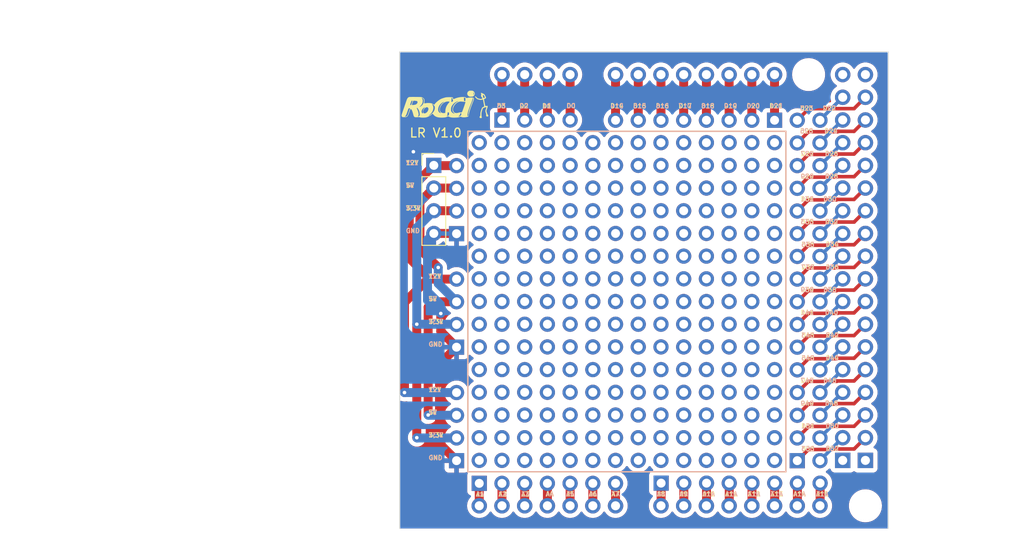
<source format=kicad_pcb>
(kicad_pcb (version 20221018) (generator pcbnew)
  (layers (0 "F.Cu" signal) (31 "B.Cu" signal) (34 "B.Paste" user) (35 "F.Paste" user) (36 "B.SilkS" user "B.Silkscreen") (37 "F.SilkS" user "F.Silkscreen") (38 "B.Mask" user) (39 "F.Mask" user) (44 "Edge.Cuts" user))
  (net 0 "")
  (net 1 "Net-(J1-Pin_1)")
  (net 2 "Net-(J1-Pin_2)")
  (net 3 "Net-(J1-Pin_3)")
  (net 4 "Net-(J1-Pin_4)")
  (net 5 "Net-(J2-Pin_1)")
  (net 6 "Net-(J2-Pin_2)")
  (net 7 "Net-(J2-Pin_3)")
  (net 8 "Net-(J2-Pin_4)")
  (net 9 "Net-(J2-Pin_5)")
  (net 10 "Net-(J2-Pin_6)")
  (net 11 "Net-(J2-Pin_7)")
  (net 12 "Net-(J2-Pin_8)")
  (net 13 "Net-(J2-Pin_9)")
  (net 14 "Net-(J2-Pin_10)")
  (net 15 "Net-(J2-Pin_11)")
  (net 16 "Net-(J2-Pin_12)")
  (net 17 "Net-(J2-Pin_13)")
  (net 18 "Net-(J2-Pin_14)")
  (net 19 "Net-(J2-Pin_15)")
  (net 20 "Net-(J2-Pin_16)")
  (net 21 "Net-(J2-Pin_17)")
  (net 22 "Net-(J2-Pin_18)")
  (net 23 "Net-(J2-Pin_19)")
  (net 24 "Net-(J2-Pin_20)")
  (net 25 "Net-(J2-Pin_21)")
  (net 26 "Net-(J2-Pin_22)")
  (net 27 "Net-(J2-Pin_23)")
  (net 28 "Net-(J2-Pin_24)")
  (net 29 "Net-(J2-Pin_25)")
  (net 30 "Net-(J2-Pin_26)")
  (net 31 "Net-(J2-Pin_27)")
  (net 32 "Net-(J2-Pin_28)")
  (net 33 "Net-(J2-Pin_29)")
  (net 34 "Net-(J2-Pin_30)")
  (net 35 "Net-(J2-Pin_31)")
  (net 36 "Net-(J2-Pin_32)")
  (net 37 "Net-(J4-Pin_1)")
  (net 38 "Net-(J4-Pin_2)")
  (net 39 "Net-(J4-Pin_3)")
  (net 40 "Net-(J4-Pin_4)")
  (net 41 "Net-(J4-Pin_5)")
  (net 42 "Net-(J4-Pin_6)")
  (net 43 "Net-(J4-Pin_7)")
  (net 44 "Net-(J5-Pin_1)")
  (net 45 "Net-(J5-Pin_2)")
  (net 46 "Net-(J5-Pin_3)")
  (net 47 "Net-(J5-Pin_4)")
  (net 48 "Net-(J5-Pin_5)")
  (net 49 "Net-(J5-Pin_6)")
  (net 50 "Net-(J5-Pin_7)")
  (net 51 "Net-(J5-Pin_8)")
  (net 52 "Net-(J6-Pin_1)")
  (net 53 "Net-(J6-Pin_2)")
  (net 54 "Net-(J6-Pin_3)")
  (net 55 "Net-(J6-Pin_4)")
  (net 56 "Net-(J7-Pin_1)")
  (net 57 "Net-(J7-Pin_2)")
  (net 58 "Net-(J7-Pin_3)")
  (net 59 "Net-(J7-Pin_4)")
  (net 60 "Net-(J7-Pin_5)")
  (net 61 "Net-(J7-Pin_6)")
  (net 62 "Net-(J7-Pin_7)")
  (net 63 "Net-(J7-Pin_8)")
  (footprint "Connector_PinSocket_2.54mm:PinSocket_1x15_P2.54mm_Vertical" (layer "F.Cu") (at 195.773 62.08)
    (fp_text reference "REF**" hide)
    (fp_text value "PinSocket_1x15_P2.54mm_Vertical" hide)
  )
  (footprint "Connector_PinSocket_2.54mm:PinSocket_1x04_P2.54mm_Vertical" (layer "F.Cu") (at 167.833 59.545 90)
    (fp_text reference "J6" hide)
    (fp_text value "Conn_01x04_Pin" hide)
  )
  (footprint "Connector_PinSocket_2.54mm:PinSocket_1x08_P2.54mm_Vertical" (layer "F.Cu") (at 198.313 59.57 -90)
    (fp_text reference "J7" hide)
    (fp_text value "Conn_01x08_Pin" hide)
  )
  (footprint "Connector_PinSocket_2.54mm:PinSocket_1x15_P2.54mm_Vertical" (layer "F.Cu") (at 172.913 62.08)
    (fp_text reference "REF**" hide)
    (fp_text value "PinSocket_1x15_P2.54mm_Vertical" hide)
  )
  (footprint "Connector_PinSocket_2.54mm:PinSocket_1x15_P2.54mm_Vertical" (layer "F.Cu") (at 177.993 62.08)
    (fp_text reference "REF**" hide)
    (fp_text value "PinSocket_1x15_P2.54mm_Vertical" hide)
  )
  (footprint "Connector_PinSocket_2.54mm:PinSocket_1x15_P2.54mm_Vertical" (layer "F.Cu") (at 167.833 62.08)
    (fp_text reference "REF**" hide)
    (fp_text value "PinSocket_1x15_P2.54mm_Vertical" hide)
  )
  (footprint "Connector_PinSocket_2.54mm:PinSocket_1x15_P2.54mm_Vertical" (layer "F.Cu") (at 198.313 62.08)
    (fp_text reference "REF**" hide)
    (fp_text value "PinSocket_1x15_P2.54mm_Vertical" hide)
  )
  (footprint "Connector_PinSocket_2.54mm:PinSocket_2x16_P2.54mm_Vertical" (layer "F.Cu") (at 200.853 97.67 180)
    (fp_text reference "J2" hide)
    (fp_text value "Conn_01x32_Pin" hide)
  )
  (footprint "Connector_PinSocket_2.54mm:PinSocket_1x15_P2.54mm_Vertical" (layer "F.Cu") (at 193.233 62.08)
    (fp_text reference "REF**" hide)
    (fp_text value "PinSocket_1x15_P2.54mm_Vertical" hide)
  )
  (footprint "Connector_PinHeader_2.54mm:PinHeader_1x04_P2.54mm_Vertical" (layer "F.Cu") (at 162.753 97.67 180)
    (fp_text reference "J8" hide)
    (fp_text value "Conn_01x04_Pin" hide)
  )
  (footprint "custom_parts:RocciLogo_small" (layer "F.Cu") (at 161.483 57.762)
    (fp_text reference "G***" hide)
    (fp_text value "LOGO" hide)
  )
  (footprint "Connector_PinSocket_2.54mm:PinSocket_1x08_P2.54mm_Vertical" (layer "F.Cu") (at 185.628 100.185 90)
    (fp_text reference "J5" hide)
    (fp_text value "Conn_01x08_Pin" hide)
  )
  (footprint "Connector_PinSocket_2.54mm:PinSocket_1x15_P2.54mm_Vertical" (layer "F.Cu") (at 188.153 62.08)
    (fp_text reference "REF**" hide)
    (fp_text value "PinSocket_1x15_P2.54mm_Vertical" hide)
  )
  (footprint "Connector_PinSocket_2.54mm:PinSocket_1x15_P2.54mm_Vertical" (layer "F.Cu") (at 165.293 62.08)
    (fp_text reference "REF**" hide)
    (fp_text value "PinSocket_1x15_P2.54mm_Vertical" hide)
  )
  (footprint "Connector_PinSocket_2.54mm:PinSocket_1x07_P2.54mm_Vertical" (layer "F.Cu") (at 165.293 100.21 90)
    (fp_text reference "J4" hide)
    (fp_text value "Conn_01x07_Pin" hide)
  )
  (footprint "Connector_PinHeader_2.54mm:PinHeader_1x04_P2.54mm_Vertical" (layer "F.Cu") (at 162.753 84.97 180)
    (fp_text reference "J9" hide)
    (fp_text value "Conn_01x04_Pin" hide)
  )
  (footprint "Connector_PinSocket_2.54mm:PinSocket_1x15_P2.54mm_Vertical" (layer "F.Cu") (at 190.693 62.08)
    (fp_text reference "REF**" hide)
    (fp_text value "PinSocket_1x15_P2.54mm_Vertical" hide)
  )
  (footprint "Connector_PinSocket_2.54mm:PinSocket_1x15_P2.54mm_Vertical" (layer "F.Cu") (at 170.373 62.08)
    (fp_text reference "REF**" hide)
    (fp_text value "PinSocket_1x15_P2.54mm_Vertical" hide)
  )
  (footprint "Connector_PinHeader_2.54mm:PinHeader_1x04_P2.54mm_Vertical" (layer "F.Cu") (at 160.213 64.62)
    (fp_text reference "J1" hide)
    (fp_text value "Conn_01x04_Pin" hide)
  )
  (footprint "Connector_PinSocket_2.54mm:PinSocket_1x15_P2.54mm_Vertical" (layer "F.Cu") (at 185.613 62.08)
    (fp_text reference "REF**" hide)
    (fp_text value "PinSocket_1x15_P2.54mm_Vertical" hide)
  )
  (footprint "Connector_PinSocket_2.54mm:PinSocket_1x15_P2.54mm_Vertical" (layer "F.Cu") (at 180.533 62.08)
    (fp_text reference "REF**" hide)
    (fp_text value "PinSocket_1x15_P2.54mm_Vertical" hide)
  )
  (footprint "Connector_PinHeader_2.54mm:PinHeader_1x04_P2.54mm_Vertical" (layer "F.Cu") (at 162.753 72.27 180)
    (fp_text reference "J3" hide)
    (fp_text value "Conn_01x04_Pin" hide)
  )
  (footprint "PCM_arduino-library:Arduino_Mega2560_custom_Shield" (layer "F.Cu") (at 111.953 105.26)
    (fp_text reference "XA1" hide)
    (fp_text value "Arduino_Mega2560_Shield" hide)
  )
  (footprint "Connector_PinSocket_2.54mm:PinSocket_1x15_P2.54mm_Vertical" (layer "F.Cu") (at 175.453 62.08)
    (fp_text reference "REF**" hide)
    (fp_text value "PinSocket_1x15_P2.54mm_Vertical" hide)
  )
  (footprint "Connector_PinSocket_2.54mm:PinSocket_1x15_P2.54mm_Vertical" (layer "F.Cu") (at 183.073 62.08)
    (fp_text reference "REF**" hide)
    (fp_text value "PinSocket_1x15_P2.54mm_Vertical" hide)
  )
  (gr_line (start 164.023 60.81) (end 199.583 60.81) (stroke (width 0.15)) (layer "B.SilkS"))
  (gr_line (start 164.023 98.91) (end 164.023 60.81) (stroke (width 0.15)) (layer "B.SilkS"))
  (gr_line (start 199.583 60.81) (end 199.583 98.91) (stroke (width 0.15)) (layer "B.SilkS"))
  (gr_line (start 199.583 98.91) (end 164.023 98.91) (stroke (width 0.15)) (layer "B.SilkS"))
  (gr_line (start 199.583 60.81) (end 164.023 60.81) (stroke (width 0.15)) (layer "F.SilkS"))
  (gr_line (start 199.583 98.91) (end 199.583 60.81) (stroke (width 0.15)) (layer "F.SilkS"))
  (gr_line (start 164.023 60.81) (end 164.023 98.91) (stroke (width 0.15)) (layer "F.SilkS"))
  (gr_line (start 164.023 98.91) (end 199.583 98.91) (stroke (width 0.15)) (layer "F.SilkS"))
  (gr_line (start 156.403 51.92) (end 156.403 105.26) (stroke (width 0.1)) (layer "Edge.Cuts"))
  (gr_line (start 211.013 105.26) (end 211.013 51.92) (stroke (width 0.1)) (layer "Edge.Cuts"))
  (gr_line (start 211.013 51.92) (end 156.403 51.92) (stroke (width 0.1)) (layer "Edge.Cuts"))
  (gr_text "A3" (at 169.936162 101.720078) (layer "B.SilkS") (effects (font (size 0.5 0.5) (thickness 0.1) bold) (justify right bottom mirror)))
  (gr_text "D18" (at 190.058 58.27) (layer "B.SilkS") (effects (font (size 0.5 0.5) (thickness 0.1) bold) (justify right bottom mirror)))
  (gr_text "D42" (at 203.972162 83.924) (layer "B.SilkS") (effects (font (size 0.5 0.5) (thickness 0.1) bold) (justify right bottom mirror)))
  (gr_text "D33" (at 201.178162 71.240078) (layer "B.SilkS") (effects (font (size 0.5 0.5) (thickness 0.1) bold) (justify right bottom mirror)))
  (gr_text "A6" (at 177.485 101.704) (layer "B.SilkS") (effects (font (size 0.5 0.5) (thickness 0.1) bold) (justify right bottom mirror)))
  (gr_text "A13" (at 197.805 101.704) (layer "B.SilkS") (effects (font (size 0.5 0.5) (thickness 0.1) bold) (justify right bottom mirror)))
  (gr_text "GND" (at 157.038 72.24) (layer "B.SilkS") (effects (font (size 0.5 0.5) (thickness 0.1)) (justify right bottom mirror)))
  (gr_text "A2" (at 167.396162 101.720078) (layer "B.SilkS") (effects (font (size 0.5 0.5) (thickness 0.1) bold) (justify right bottom mirror)))
  (gr_text "D49" (at 201.178162 91.560078) (layer "B.SilkS") (effects (font (size 0.5 0.5) (thickness 0.1) bold) (justify right bottom mirror)))
  (gr_text "GND" (at 159.578 84.94) (layer "B.SilkS") (effects (font (size 0.5 0.5) (thickness 0.1)) (justify right bottom mirror)))
  (gr_text "A8" (at 185.105 101.704) (layer "B.SilkS") (effects (font (size 0.5 0.5) (thickness 0.1) bold) (justify right bottom mirror)))
  (gr_text "D39" (at 201.178162 78.844) (layer "B.SilkS") (effects (font (size 0.5 0.5) (thickness 0.1) bold) (justify right bottom mirror)))
  (gr_text "A1" (at 164.856162 101.720078) (layer "B.SilkS") (effects (font (size 0.5 0.5) (thickness 0.1) bold) (justify right bottom mirror)))
  (gr_text "A5" (at 174.945 101.704) (layer "B.SilkS") (effects (font (size 0.5 0.5) (thickness 0.1) bold) (justify right bottom mirror)))
  (gr_text "D43" (at 201.249324 83.940078) (layer "B.SilkS") (effects (font (size 0.5 0.5) (thickness 0.1) bold) (justify right bottom mirror)))
  (gr_text "A9" (at 187.645 101.704) (layer "B.SilkS") (effects (font (size 0.5 0.5) (thickness 0.1) bold) (justify right bottom mirror)))
  (gr_text "D50" (at 203.972162 94.084) (layer "B.SilkS") (effects (font (size 0.5 0.5) (thickness 0.1) bold) (justify right bottom mirror)))
  (gr_text "D52" (at 203.972162 96.624) (layer "B.SilkS") (effects (font (size 0.5 0.5) (thickness 0.1) bold) (justify right bottom mirror)))
  (gr_text "D24" (at 203.829838 61.064) (layer "B.SilkS") (effects (font (size 0.5 0.5) (thickness 0.1) bold) (justify right bottom mirror)))
  (gr_text "D41" (at 201.178162 81.400078) (layer "B.SilkS") (effects (font (size 0.5 0.5) (thickness 0.1) bold) (justify right bottom mirror)))
  (gr_text "3,3V" (at 159.578 95.1) (layer "B.SilkS") (effects (font (size 0.5 0.5) (thickness 0.1)) (justify right bottom mirror)))
  (gr_text "A7" (at 180.025 101.704) (layer "B.SilkS") (effects (font (size 0.5 0.5) (thickness 0.1) bold) (justify right bottom mirror)))
  (gr_text "D0" (at 175.000838 58.253922) (layer "B.SilkS") (effects (font (size 0.5 0.5) (thickness 0.1) bold) (justify right bottom mirror)))
  (gr_text "D29" (at 201.178162 66.160078) (layer "B.SilkS") (effects (font (size 0.5 0.5) (thickness 0.1) bold) (justify right bottom mirror)))
  (gr_text "D53" (at 201.249324 96.640078) (layer "B.SilkS") (effects (font (size 0.5 0.5) (thickness 0.1) bold) (justify right bottom mirror)))
  (gr_text "D31" (at 201.178162 68.684) (layer "B.SilkS") (effects (font (size 0.5 0.5) (thickness 0.1) bold) (justify right bottom mirror)))
  (gr_text "D47" (at 201.178162 89.004) (layer "B.SilkS") (effects (font (size 0.5 0.5) (thickness 0.1) bold) (justify right bottom mirror)))
  (gr_text "5V\n" (at 157.038 67.16) (layer "B.SilkS") (effects (font (size 0.5 0.5) (thickness 0.1)) (justify right bottom mirror)))
  (gr_text "D21" (at 197.678 58.27) (layer "B.SilkS") (effects (font (size 0.5 0.5) (thickness 0.1) bold) (justify right bottom mirror)))
  (gr_text "D1" (at 172.278 58.27) (layer "B.SilkS") (effects (font (size 0.5 0.5) (thickness 0.1) bold) (justify right bottom mirror)))
  (gr_text "D30" (at 203.718162 68.684) (layer "B.SilkS") (effects (font (size 0.5 0.5) (thickness 0.1) bold) (justify right bottom mirror)))
  (gr_text "D15" (at 182.438 58.27) (layer "B.SilkS") (effects (font (size 0.5 0.5) (thickness 0.1) bold) (justify right bottom mirror)))
  (gr_text "D20" (at 195.138 58.27) (layer "B.SilkS") (effects (font (size 0.5 0.5) (thickness 0.1) bold) (justify right bottom mirror)))
  (gr_text "D35" (at 201.249324 73.780078) (layer "B.SilkS") (effects (font (size 0.5 0.5) (thickness 0.1) bold) (justify right bottom mirror)))
  (gr_text "3,3V" (at 159.578 82.4) (layer "B.SilkS") (effects (font (size 0.5 0.5) (thickness 0.1)) (justify right bottom mirror)))
  (gr_text "A10" (at 190.185 101.704) (layer "B.SilkS") (effects (font (size 0.5 0.5) (thickness 0.1) bold) (justify right bottom mirror)))
  (gr_text "D34" (at 203.972162 73.764) (layer "B.SilkS") (effects (font (size 0.5 0.5) (thickness 0.1) bold) (justify right bottom mirror)))
  (gr_text "12V" (at 159.578 90.02) (layer "B.SilkS") (effects (font (size 0.5 0.5) (thickness 0.1)) (justify right bottom mirror)))
  (gr_text "D45" (at 201.249324 86.480078) (layer "B.SilkS") (effects (font (size 0.5 0.5) (thickness 0.1) bold) (justify right bottom mirror)))
  (gr_text "D22" (at 203.647 58.524) (layer "B.SilkS") (effects (font (size 0.5 0.5) (thickness 0.1) bold) (justify right bottom mirror)))
  (gr_text "A11" (at 192.725 101.704) (layer "B.SilkS") (effects (font (size 0.5 0.5) (thickness 0.1) bold) (justify right bottom mirror)))
  (gr_text "D40" (at 203.901 81.384) (layer "B.SilkS") (effects (font (size 0.5 0.5) (thickness 0.1) bold) (justify right bottom mirror)))
  (gr_text "D32" (at 203.901 71.224) (layer "B.SilkS") (effects (font (size 0.5 0.5) (thickness 0.1) bold) (justify right bottom mirror)))
  (gr_text "D46" (at 203.718162 89.004) (layer "B.SilkS") (effects (font (size 0.5 0.5) (thickness 0.1) bold) (justify right bottom mirror)))
  (gr_text "5V\n" (at 159.578 79.86) (layer "B.SilkS") (effects (font (size 0.5 0.5) (thickness 0.1)) (justify right bottom mirror)))
  (gr_text "12V" (at 157.038 64.62) (layer "B.SilkS") (effects (font (size 0.5 0.5) (thickness 0.1)) (justify right bottom mirror)))
  (gr_text "D38" (at 203.718162 78.844) (layer "B.SilkS") (effects (font (size 0.5 0.5) (thickness 0.1) bold) (justify right bottom mirror)))
  (gr_text "D36" (at 203.972162 76.304) (layer "B.SilkS") (effects (font (size 0.5 0.5) (thickness 0.1) bold) (justify right bottom mirror)))
  (gr_text "GND" (at 159.578 97.64) (layer "B.SilkS") (effects (font (size 0.5 0.5) (thickness 0.1)) (justify right bottom mirror)))
  (gr_text "D19" (at 192.598 58.27) (layer "B.SilkS") (effects (font (size 0.5 0.5) (thickness 0.1) bold) (justify right bottom mirror)))
  (gr_text "A14" (at 200.345 101.704) (layer "B.SilkS") (effects (font (size 0.5 0.5) (thickness 0.1) bold) (justify right bottom mirror)))
  (gr_text "D37" (at 201.249324 76.320078) (layer "B.SilkS") (effects (font (size 0.5 0.5) (thickness 0.1) bold) (justify right bottom mirror)))
  (gr_text "D26" (at 203.901 63.604) (layer "B.SilkS") (effects (font (size 0.5 0.5) (thickness 0.1) bold) (justify right bottom mirror)))
  (gr_text "5V\n" (at 159.578 92.56) (layer "B.SilkS") (effects (font (size 0.5 0.5) (thickness 0.1)) (justify right bottom mirror)))
  (gr_text "3,3V" (at 157.038 69.7) (layer "B.SilkS") (effects (font (size 0.5 0.5) (thickness 0.1)) (justify right bottom mirror)))
  (gr_text "D16" (at 184.978 58.27) (layer "B.SilkS") (effects (font (size 0.5 0.5) (thickness 0.1) bold) (justify right bottom mirror)))
  (gr_text "D51\n" (at 201.249324 94.100078) (layer "B.SilkS") (effects (font (size 0.5 0.5) (thickness 0.1) bold) (justify right bottom mirror)))
  (gr_text "A4" (at 172.659 101.704) (layer "B.SilkS") (effects (font (size 0.5 0.5) (thickness 0.1) bold) (justify right bottom mirror)))
  (gr_text "12V" (at 159.578 77.32) (layer "B.SilkS") (effects (font (size 0.5 0.5) (thickness 0.1)) (justify right bottom mirror)))
  (gr_text "D27" (at 201.178162 63.620078) (layer "B.SilkS") (effects (font (size 0.5 0.5) (thickness 0.1) bold) (justify right bottom mirror)))
  (gr_text "D23" (at 201.107 58.524) (layer "B.SilkS") (effects (font (size 0.5 0.5) (thickness 0.1) bold) (justify right bottom mirror)))
  (gr_text "A12" (at 195.265 101.704) (layer "B.SilkS") (effects (font (size 0.5 0.5) (thickness 0.1) bold) (justify right bottom mirror)))
  (gr_text "D48" (at 203.901 91.544) (layer "B.SilkS") (effects (font (size 0.5 0.5) (thickness 0.1) bold) (justify right bottom mirror)))
  (gr_text "D28" (at 203.901 66.144) (layer "B.SilkS") (effects (font (size 0.5 0.5) (thickness 0.1) bold) (justify right bottom mirror)))
  (gr_text "D44\n" (at 203.972162 86.464) (layer "B.SilkS") (effects (font (size 0.5 0.5) (thickness 0.1) bold) (justify right bottom mirror)))
  (gr_text "D2\n" (at 169.738 58.27) (layer "B.SilkS") (effects (font (size 0.5 0.5) (thickness 0.1) bold) (justify right bottom mirror)))
  (gr_text "A15" (at 202.885 101.704) (layer "B.SilkS") (effects (font (size 0.5 0.5) (thickness 0.1) bold) (justify right bottom mirror)))
  (gr_text "D17" (at 187.518 58.27) (layer "B.SilkS") (effects (font (size 0.5 0.5) (thickness 0.1) bold) (justify right bottom mirror)))
  (gr_text "D3" (at 167.198 58.27) (layer "B.SilkS") (effects (font (size 0.5 0.5) (thickness 0.1) bold) (justify right bottom mirror)))
  (gr_text "D14" (at 179.898 58.27) (layer "B.SilkS") (effects (font (size 0.5 0.5) (thickness 0.1) bold) (justify right bottom mirror)))
  (gr_text "D25" (at 201.107 61.080078) (layer "B.SilkS") (effects (font (size 0.5 0.5) (thickness 0.1) bold) (justify right bottom mirror)))
  (gr_text "D0" (at 175.000838 58.253922) (layer "F.SilkS") (effects (font (size 0.5 0.5) (thickness 0.1) bold) (justify left bottom)))
  (gr_text "D15" (at 182.438 58.27) (layer "F.SilkS") (effects (font (size 0.5 0.5) (thickness 0.1) bold) (justify left bottom)))
  (gr_text "D51\n" (at 201.249324 94.100078) (layer "F.SilkS") (effects (font (size 0.5 0.5) (thickness 0.1) bold) (justify left bottom)))
  (gr_text "12V" (at 159.578 77.32) (layer "F.SilkS") (effects (font (size 0.5 0.5) (thickness 0.1)) (justify left bottom)))
  (gr_text "A7" (at 180.025 101.704) (layer "F.SilkS") (effects (font (size 0.5 0.5) (thickness 0.1) bold) (justify left bottom)))
  (gr_text "D53" (at 201.249324 96.640078) (layer "F.SilkS") (effects (font (size 0.5 0.5) (thickness 0.1) bold) (justify left bottom)))
  (gr_text "A6" (at 177.485 101.704) (layer "F.SilkS") (effects (font (size 0.5 0.5) (thickness 0.1) bold) (justify left bottom)))
  (gr_text "A5" (at 174.945 101.704) (layer "F.SilkS") (effects (font (size 0.5 0.5) (thickness 0.1) bold) (justify left bottom)))
  (gr_text "3,3V" (at 157.038 69.7) (layer "F.SilkS") (effects (font (size 0.5 0.5) (thickness 0.1)) (justify left bottom)))
  (gr_text "A14" (at 200.345 101.704) (layer "F.SilkS") (effects (font (size 0.5 0.5) (thickness 0.1) bold) (justify left bottom)))
  (gr_text "D26" (at 203.901 63.604) (layer "F.SilkS") (effects (font (size 0.5 0.5) (thickness 0.1) bold) (justify left bottom)))
  (gr_text "A3" (at 169.936162 101.720078) (layer "F.SilkS") (effects (font (size 0.5 0.5) (thickness 0.1) bold) (justify left bottom)))
  (gr_text "D22" (at 203.647 58.524) (layer "F.SilkS") (effects (font (size 0.5 0.5) (thickness 0.1) bold) (justify left bottom)))
  (gr_text "D29" (at 201.178162 66.160078) (layer "F.SilkS") (effects (font (size 0.5 0.5) (thickness 0.1) bold) (justify left bottom)))
  (gr_text "D32" (at 203.901 71.224) (layer "F.SilkS") (effects (font (size 0.5 0.5) (thickness 0.1) bold) (justify left bottom)))
  (gr_text "D40" (at 203.901 81.384) (layer "F.SilkS") (effects (font (size 0.5 0.5) (thickness 0.1) bold) (justify left bottom)))
  (gr_text "A9" (at 187.645 101.704) (layer "F.SilkS") (effects (font (size 0.5 0.5) (thickness 0.1) bold) (justify left bottom)))
  (gr_text "GND" (at 159.578 84.94) (layer "F.SilkS") (effects (font (size 0.5 0.5) (thickness 0.1)) (justify left bottom)))
  (gr_text "D33" (at 201.178162 71.240078) (layer "F.SilkS") (effects (font (size 0.5 0.5) (thickness 0.1) bold) (justify left bottom)))
  (gr_text "D47" (at 201.178162 89.004) (layer "F.SilkS") (effects (font (size 0.5 0.5) (thickness 0.1) bold) (justify left bottom)))
  (gr_text "D41" (at 201.178162 81.400078) (layer "F.SilkS") (effects (font (size 0.5 0.5) (thickness 0.1) bold) (justify left bottom)))
  (gr_text "D46" (at 203.718162 89.004) (layer "F.SilkS") (effects (font (size 0.5 0.5) (thickness 0.1) bold) (justify left bottom)))
  (gr_text "D25" (at 201.107 61.080078) (layer "F.SilkS") (effects (font (size 0.5 0.5) (thickness 0.1) bold) (justify left bottom)))
  (gr_text "GND" (at 159.578 97.64) (layer "F.SilkS") (effects (font (size 0.5 0.5) (thickness 0.1)) (justify left bottom)))
  (gr_text "D24" (at 203.829838 61.064) (layer "F.SilkS") (effects (font (size 0.5 0.5) (thickness 0.1) bold) (justify left bottom)))
  (gr_text "D19" (at 192.598 58.27) (layer "F.SilkS") (effects (font (size 0.5 0.5) (thickness 0.1) bold) (justify left bottom)))
  (gr_text "5V\n" (at 159.578 79.86) (layer "F.SilkS") (effects (font (size 0.5 0.5) (thickness 0.1)) (justify left bottom)))
  (gr_text "D38" (at 203.718162 78.844) (layer "F.SilkS") (effects (font (size 0.5 0.5) (thickness 0.1) bold) (justify left bottom)))
  (gr_text "LR V1.0" (at 157.419 61.572) (layer "F.SilkS") (effects (font (size 1 1)) (justify left bottom)))
  (gr_text "D49" (at 201.178162 91.560078) (layer "F.SilkS") (effects (font (size 0.5 0.5) (thickness 0.1) bold) (justify left bottom)))
  (gr_text "D2\n" (at 169.738 58.27) (layer "F.SilkS") (effects (font (size 0.5 0.5) (thickness 0.1) bold) (justify left bottom)))
  (gr_text "A4" (at 172.659 101.704) (layer "F.SilkS") (effects (font (size 0.5 0.5) (thickness 0.1) bold) (justify left bottom)))
  (gr_text "D34" (at 203.972162 73.764) (layer "F.SilkS") (effects (font (size 0.5 0.5) (thickness 0.1) bold) (justify left bottom)))
  (gr_text "A8" (at 185.105 101.704) (layer "F.SilkS") (effects (font (size 0.5 0.5) (thickness 0.1) bold) (justify left bottom)))
  (gr_text "D43" (at 201.249324 83.940078) (layer "F.SilkS") (effects (font (size 0.5 0.5) (thickness 0.1) bold) (justify left bottom)))
  (gr_text "D44\n" (at 203.972162 86.464) (layer "F.SilkS") (effects (font (size 0.5 0.5) (thickness 0.1) bold) (justify left bottom)))
  (gr_text "A11" (at 192.725 101.704) (layer "F.SilkS") (effects (font (size 0.5 0.5) (thickness 0.1) bold) (justify left bottom)))
  (gr_text "D48" (at 203.901 91.544) (layer "F.SilkS") (effects (font (size 0.5 0.5) (thickness 0.1) bold) (justify left bottom)))
  (gr_text "A1" (at 164.856162 101.720078) (layer "F.SilkS") (effects (font (size 0.5 0.5) (thickness 0.1) bold) (justify left bottom)))
  (gr_text "D23" (at 201.107 58.524) (layer "F.SilkS") (effects (font (size 0.5 0.5) (thickness 0.1) bold) (justify left bottom)))
  (gr_text "D35" (at 201.249324 73.780078) (layer "F.SilkS") (effects (font (size 0.5 0.5) (thickness 0.1) bold) (justify left bottom)))
  (gr_text "12V" (at 157.038 64.62) (layer "F.SilkS") (effects (font (size 0.5 0.5) (thickness 0.1)) (justify left bottom)))
  (gr_text "12V" (at 159.578 90.02) (layer "F.SilkS") (effects (font (size 0.5 0.5) (thickness 0.1)) (justify left bottom)))
  (gr_text "D30" (at 203.718162 68.684) (layer "F.SilkS") (effects (font (size 0.5 0.5) (thickness 0.1) bold) (justify left bottom)))
  (gr_text "D45" (at 201.249324 86.480078) (layer "F.SilkS") (effects (font (size 0.5 0.5) (thickness 0.1) bold) (justify left bottom)))
  (gr_text "D1" (at 172.278 58.27) (layer "F.SilkS") (effects (font (size 0.5 0.5) (thickness 0.1) bold) (justify left bottom)))
  (gr_text "5V\n" (at 159.578 92.56) (layer "F.SilkS") (effects (font (size 0.5 0.5) (thickness 0.1)) (justify left bottom)))
  (gr_text "D21" (at 197.678 58.27) (layer "F.SilkS") (effects (font (size 0.5 0.5) (thickness 0.1) bold) (justify left bottom)))
  (gr_text "D28" (at 203.901 66.144) (layer "F.SilkS") (effects (font (size 0.5 0.5) (thickness 0.1) bold) (justify left bottom)))
  (gr_text "D16" (at 184.978 58.27) (layer "F.SilkS") (effects (font (size 0.5 0.5) (thickness 0.1) bold) (justify left bottom)))
  (gr_text "D31" (at 201.178162 68.684) (layer "F.SilkS") (effects (font (size 0.5 0.5) (thickness 0.1) bold) (justify left bottom)))
  (gr_text "D50" (at 203.972162 94.084) (layer "F.SilkS") (effects (font (size 0.5 0.5) (thickness 0.1) bold) (justify left bottom)))
  (gr_text "D17" (at 187.518 58.27) (layer "F.SilkS") (effects (font (size 0.5 0.5) (thickness 0.1) bold) (justify left bottom)))
  (gr_text "5V\n" (at 157.038 67.16) (layer "F.SilkS") (effects (font (size 0.5 0.5) (thickness 0.1)) (justify left bottom)))
  (gr_text "D27" (at 201.178162 63.620078) (layer "F.SilkS") (effects (font (size 0.5 0.5) (thickness 0.1) bold) (justify left bottom)))
  (gr_text "D39" (at 201.178162 78.844) (layer "F.SilkS") (effects (font (size 0.5 0.5) (thickness 0.1) bold) (justify left bottom)))
  (gr_text "D18" (at 190.058 58.27) (layer "F.SilkS") (effects (font (size 0.5 0.5) (thickness 0.1) bold) (justify left bottom)))
  (gr_text "3,3V" (at 159.578 95.1) (layer "F.SilkS") (effects (font (size 0.5 0.5) (thickness 0.1)) (justify left bottom)))
  (gr_text "A10" (at 190.185 101.704) (layer "F.SilkS") (effects (font (size 0.5 0.5) (thickness 0.1) bold) (justify left bottom)))
  (gr_text "A13" (at 197.805 101.704) (layer "F.SilkS") (effects (font (size 0.5 0.5) (thickness 0.1) bold) (justify left bottom)))
  (gr_text "3,3V" (at 159.578 82.4) (layer "F.SilkS") (effects (font (size 0.5 0.5) (thickness 0.1)) (justify left bottom)))
  (gr_text "GND" (at 157.038 72.24) (layer "F.SilkS") (effects (font (size 0.5 0.5) (thickness 0.1)) (justify left bottom)))
  (gr_text "A2" (at 167.396162 101.720078) (layer "F.SilkS") (effects (font (size 0.5 0.5) (thickness 0.1) bold) (justify left bottom)))
  (gr_text "D36" (at 203.972162 76.304) (layer "F.SilkS") (effects (font (size 0.5 0.5) (thickness 0.1) bold) (justify left bottom)))
  (gr_text "D14" (at 179.898 58.27) (layer "F.SilkS") (effects (font (size 0.5 0.5) (thickness 0.1) bold) (justify left bottom)))
  (gr_text "A12" (at 195.265 101.704) (layer "F.SilkS") (effects (font (size 0.5 0.5) (thickness 0.1) bold) (justify left bottom)))
  (gr_text "D42" (at 203.972162 83.924) (layer "F.SilkS") (effects (font (size 0.5 0.5) (thickness 0.1) bold) (justify left bottom)))
  (gr_text "D37" (at 201.249324 76.320078) (layer "F.SilkS") (effects (font (size 0.5 0.5) (thickness 0.1) bold) (justify left bottom)))
  (gr_text "D52" (at 203.972162 96.624) (layer "F.SilkS") (effects (font (size 0.5 0.5) (thickness 0.1) bold) (justify left bottom)))
  (gr_text "D3" (at 167.198 58.27) (layer "F.SilkS") (effects (font (size 0.5 0.5) (thickness 0.1) bold) (justify left bottom)))
  (gr_text "A15" (at 202.885 101.704) (layer "F.SilkS") (effects (font (size 0.5 0.5) (thickness 0.1) bold) (justify left bottom)))
  (gr_text "D20" (at 195.138 58.27) (layer "F.SilkS") (effects (font (size 0.5 0.5) (thickness 0.1) bold) (justify left bottom)))
  (segment (start 162.753 64.65) (end 160.243 64.65) (width 1) (layer "F.Cu") (net 1))
  (segment (start 159.548 77.35) (end 159.81665 77.35) (width 1) (layer "F.Cu") (net 1))
  (segment (start 160.243 64.65) (end 160.213 64.62) (width 1) (layer "F.Cu") (net 1))
  (segment (start 157.463499 67.369501) (end 157.463499 74.996849) (width 1) (layer "F.Cu") (net 1))
  (segment (start 157.463499 74.996849) (end 158.729825 76.263175) (width 1) (layer "F.Cu") (net 1))
  (segment (start 160.213 64.62) (end 157.463499 67.369501) (width 1) (layer "F.Cu") (net 1))
  (segment (start 159.81665 77.35) (end 162.753 77.35) (width 1) (layer "F.Cu") (net 1))
  (segment (start 158.729825 76.263175) (end 159.81665 77.35) (width 1) (layer "F.Cu") (net 1))
  (segment (start 156.933 90.05) (end 156.933 79.965) (width 1) (layer "F.Cu") (net 1))
  (segment (start 156.933 79.965) (end 159.548 77.35) (width 1) (layer "F.Cu") (net 1))
  (via (at 156.933 90.05) (size 0.8) (drill 0.4) (layers "F.Cu" "B.Cu") (net 1))
  (segment (start 162.753 90.05) (end 156.933 90.05) (width 1) (layer "B.Cu") (net 1))
  (segment (start 156.903 90.02) (end 156.933 90.05) (width 1) (layer "B.Cu") (net 1))
  (segment (start 160.183 79.89) (end 159.578 80.495) (width 1) (layer "F.Cu") (net 2))
  (segment (start 159.578 80.495) (end 159.578 92.56) (width 1) (layer "F.Cu") (net 2))
  (segment (start 160.213 67.16) (end 158.663 68.71) (width 1) (layer "F.Cu") (net 2))
  (segment (start 158.663 74.005999) (end 160.707001 76.05) (width 1) (layer "F.Cu") (net 2))
  (segment (start 160.213 67.16) (end 162.723 67.16) (width 1) (layer "F.Cu") (net 2))
  (segment (start 162.753 79.89) (end 160.183 79.89) (width 1) (layer "F.Cu") (net 2))
  (segment (start 158.663 68.71) (end 158.663 74.005999) (width 1) (layer "F.Cu") (net 2))
  (segment (start 162.723 67.16) (end 162.753 67.19) (width 1) (layer "F.Cu") (net 2))
  (via (at 159.578 92.56) (size 0.8) (drill 0.4) (layers "F.Cu" "B.Cu") (net 2))
  (via (at 160.707001 76.05) (size 0.8) (drill 0.4) (layers "F.Cu" "B.Cu") (net 2))
  (segment (start 159.608 92.59) (end 159.578 92.56) (width 1) (layer "B.Cu") (net 2))
  (segment (start 162.753 79.89) (end 160.707001 77.844001) (width 1) (layer "B.Cu") (net 2))
  (segment (start 160.707001 77.844001) (end 160.707001 76.05) (width 1) (layer "B.Cu") (net 2))
  (segment (start 162.753 92.59) (end 159.608 92.59) (width 1) (layer "B.Cu") (net 2))
  (segment (start 162.723 69.7) (end 162.753 69.73) (width 1) (layer "F.Cu") (net 3))
  (segment (start 160.213 69.7) (end 162.723 69.7) (width 1) (layer "F.Cu") (net 3))
  (segment (start 158.307502 95.099502) (end 158.307502 82.4) (width 1) (layer "F.Cu") (net 3))
  (segment (start 158.308 95.1) (end 158.307502 95.099502) (width 1) (layer "F.Cu") (net 3))
  (via (at 158.308 95.1) (size 0.8) (drill 0.4) (layers "F.Cu" "B.Cu") (net 3))
  (via (at 158.307502 82.4) (size 0.8) (drill 0.4) (layers "F.Cu" "B.Cu") (net 3))
  (segment (start 162.723 82.4) (end 158.307502 82.4) (width 1) (layer "B.Cu") (net 3))
  (segment (start 160.213 69.7) (end 158.307501 71.605499) (width 1) (layer "B.Cu") (net 3))
  (segment (start 162.753 95.13) (end 158.338 95.13) (width 1) (layer "B.Cu") (net 3))
  (segment (start 162.753 82.43) (end 162.723 82.4) (width 1) (layer "B.Cu") (net 3))
  (segment (start 158.307501 71.605499) (end 158.307502 82.4) (width 1) (layer "B.Cu") (net 3))
  (segment (start 158.338 95.13) (end 158.308 95.1) (width 1) (layer "B.Cu") (net 3))
  (segment (start 162.723 72.24) (end 162.753 72.27) (width 1) (layer "F.Cu") (net 4))
  (segment (start 160.990676 83.207676) (end 160.990676 81.2005) (width 1) (layer "F.Cu") (net 4))
  (segment (start 162.753 84.97) (end 160.848 86.875) (width 1) (layer "F.Cu") (net 4))
  (segment (start 160.213 72.24) (end 162.723 72.24) (width 1) (layer "F.Cu") (net 4))
  (segment (start 162.753 84.97) (end 160.990676 83.207676) (width 1) (layer "F.Cu") (net 4))
  (segment (start 160.848 95.765) (end 162.753 97.67) (width 1) (layer "F.Cu") (net 4))
  (segment (start 160.848 86.875) (end 160.848 95.765) (width 1) (layer "F.Cu") (net 4))
  (via (at 157.927 63.096) (size 0.8) (drill 0.4) (layers "F.Cu" "B.Cu") (net 4))
  (via (at 160.990676 81.2005) (size 0.8) (drill 0.4) (layers "F.Cu" "B.Cu") (net 4))
  (segment (start 159.507501 72.945499) (end 159.507501 79.717325) (width 1) (layer "B.Cu") (net 4))
  (segment (start 160.213 72.24) (end 159.507501 72.945499) (width 1) (layer "B.Cu") (net 4))
  (segment (start 159.507501 79.717325) (end 160.990676 81.2005) (width 1) (layer "B.Cu") (net 4))
  (segment (start 204.7258 96.3636) (end 207.2094 96.3636) (width 0.4) (layer "F.Cu") (net 5))
  (segment (start 202.103 96.42) (end 204.6694 96.42) (width 0.4) (layer "F.Cu") (net 5))
  (segment (start 200.853 97.67) (end 202.103 96.42) (width 0.4) (layer "F.Cu") (net 5))
  (segment (start 204.6694 96.42) (end 204.7258 96.3636) (width 0.4) (layer "F.Cu") (net 5))
  (segment (start 207.2094 96.3636) (end 208.473 95.1) (width 0.4) (layer "F.Cu") (net 5))
  (segment (start 203.393 97.67) (end 203.393 97.64) (width 0.4) (layer "B.Cu") (net 6))
  (segment (start 203.393 97.64) (end 205.933 95.1) (width 0.4) (layer "B.Cu") (net 6))
  (segment (start 207.2094 93.8236) (end 208.473 92.56) (width 0.4) (layer "F.Cu") (net 7))
  (segment (start 204.653001 93.84) (end 204.669401 93.8236) (width 0.4) (layer "F.Cu") (net 7))
  (segment (start 204.669401 93.8236) (end 207.2094 93.8236) (width 0.4) (layer "F.Cu") (net 7))
  (segment (start 200.853 95.13) (end 202.143 93.84) (width 0.4) (layer "F.Cu") (net 7))
  (segment (start 202.143 93.84) (end 204.653001 93.84) (width 0.4) (layer "F.Cu") (net 7))
  (segment (start 203.393 95.1) (end 205.933 92.56) (width 0.4) (layer "B.Cu") (net 8))
  (segment (start 203.393 95.13) (end 203.393 95.1) (width 0.4) (layer "B.Cu") (net 8))
  (segment (start 207.2094 91.2836) (end 208.473 90.02) (width 0.4) (layer "F.Cu") (net 9))
  (segment (start 200.853 92.59) (end 202.103 91.34) (width 0.4) (layer "F.Cu") (net 9))
  (segment (start 205.3044 91.2836) (end 207.2094 91.2836) (width 0.4) (layer "F.Cu") (net 9))
  (segment (start 202.103 91.34) (end 205.248 91.34) (width 0.4) (layer "F.Cu") (net 9))
  (segment (start 205.248 91.34) (end 205.3044 91.2836) (width 0.4) (layer "F.Cu") (net 9))
  (segment (start 203.393 92.56) (end 205.933 90.02) (width 0.4) (layer "B.Cu") (net 10))
  (segment (start 203.393 92.59) (end 203.393 92.56) (width 0.4) (layer "B.Cu") (net 10))
  (segment (start 205.298 88.75) (end 207.203 88.75) (width 0.4) (layer "F.Cu") (net 11))
  (segment (start 200.853 90.05) (end 202.103 88.8) (width 0.4) (layer "F.Cu") (net 11))
  (segment (start 207.203 88.75) (end 208.473 87.48) (width 0.4) (layer "F.Cu") (net 11))
  (segment (start 205.248 88.8) (end 205.298 88.75) (width 0.4) (layer "F.Cu") (net 11))
  (segment (start 202.103 88.8) (end 205.248 88.8) (width 0.4) (layer "F.Cu") (net 11))
  (segment (start 203.393 90.02) (end 205.933 87.48) (width 0.4) (layer "B.Cu") (net 12))
  (segment (start 203.393 90.05) (end 203.393 90.02) (width 0.4) (layer "B.Cu") (net 12))
  (segment (start 205.3044 86.2036) (end 207.2094 86.2036) (width 0.4) (layer "F.Cu") (net 13))
  (segment (start 207.2094 86.2036) (end 208.473 84.94) (width 0.4) (layer "F.Cu") (net 13))
  (segment (start 200.853 87.51) (end 202.103 86.26) (width 0.4) (layer "F.Cu") (net 13))
  (segment (start 202.103 86.26) (end 205.248 86.26) (width 0.4) (layer "F.Cu") (net 13))
  (segment (start 205.248 86.26) (end 205.3044 86.2036) (width 0.4) (layer "F.Cu") (net 13))
  (segment (start 203.393 87.51) (end 203.393 87.48) (width 0.4) (layer "B.Cu") (net 14))
  (segment (start 203.393 87.48) (end 205.933 84.94) (width 0.4) (layer "B.Cu") (net 14))
  (segment (start 204.713001 83.72) (end 204.763001 83.67) (width 0.4) (layer "F.Cu") (net 15))
  (segment (start 204.763001 83.67) (end 207.203 83.67) (width 0.4) (layer "F.Cu") (net 15))
  (segment (start 207.203 83.67) (end 208.473 82.4) (width 0.4) (layer "F.Cu") (net 15))
  (segment (start 200.853 84.97) (end 202.103 83.72) (width 0.4) (layer "F.Cu") (net 15))
  (segment (start 202.103 83.72) (end 204.713001 83.72) (width 0.4) (layer "F.Cu") (net 15))
  (segment (start 203.393 84.97) (end 203.393 84.94) (width 0.4) (layer "B.Cu") (net 16))
  (segment (start 203.393 84.94) (end 205.933 82.4) (width 0.4) (layer "B.Cu") (net 16))
  (segment (start 200.853 82.43) (end 202.103 81.18) (width 0.4) (layer "F.Cu") (net 17))
  (segment (start 202.103 81.18) (end 205.365999 81.18) (width 0.4) (layer "F.Cu") (net 17))
  (segment (start 207.203 81.13) (end 208.473 79.86) (width 0.4) (layer "F.Cu") (net 17))
  (segment (start 205.365999 81.18) (end 205.415999 81.13) (width 0.4) (layer "F.Cu") (net 17))
  (segment (start 205.415999 81.13) (end 207.203 81.13) (width 0.4) (layer "F.Cu") (net 17))
  (segment (start 203.393 82.4) (end 205.933 79.86) (width 0.4) (layer "B.Cu") (net 18))
  (segment (start 203.393 82.43) (end 203.393 82.4) (width 0.4) (layer "B.Cu") (net 18))
  (segment (start 205.248 78.64) (end 205.3044 78.5836) (width 0.4) (layer "F.Cu") (net 19))
  (segment (start 205.3044 78.5836) (end 207.2094 78.5836) (width 0.4) (layer "F.Cu") (net 19))
  (segment (start 200.853 79.89) (end 202.103 78.64) (width 0.4) (layer "F.Cu") (net 19))
  (segment (start 207.2094 78.5836) (end 208.473 77.32) (width 0.4) (layer "F.Cu") (net 19))
  (segment (start 202.103 78.64) (end 205.248 78.64) (width 0.4) (layer "F.Cu") (net 19))
  (segment (start 203.393 79.86) (end 205.933 77.32) (width 0.4) (layer "B.Cu") (net 20))
  (segment (start 203.393 79.89) (end 203.393 79.86) (width 0.4) (layer "B.Cu") (net 20))
  (segment (start 207.2094 76.0436) (end 208.473 74.78) (width 0.4) (layer "F.Cu") (net 21))
  (segment (start 200.853 77.35) (end 202.103 76.1) (width 0.4) (layer "F.Cu") (net 21))
  (segment (start 205.3044 76.0436) (end 207.2094 76.0436) (width 0.4) (layer "F.Cu") (net 21))
  (segment (start 202.103 76.1) (end 205.248 76.1) (width 0.4) (layer "F.Cu") (net 21))
  (segment (start 205.248 76.1) (end 205.3044 76.0436) (width 0.4) (layer "F.Cu") (net 21))
  (segment (start 203.393 77.35) (end 203.393 77.32) (width 0.4) (layer "B.Cu") (net 22))
  (segment (start 203.393 77.32) (end 205.933 74.78) (width 0.4) (layer "B.Cu") (net 22))
  (segment (start 205.248 73.56) (end 205.3044 73.5036) (width 0.4) (layer "F.Cu") (net 23))
  (segment (start 200.853 74.81) (end 202.103 73.56) (width 0.4) (layer "F.Cu") (net 23))
  (segment (start 202.103 73.56) (end 205.248 73.56) (width 0.4) (layer "F.Cu") (net 23))
  (segment (start 205.3044 73.5036) (end 207.2094 73.5036) (width 0.4) (layer "F.Cu") (net 23))
  (segment (start 207.2094 73.5036) (end 208.473 72.24) (width 0.4) (layer "F.Cu") (net 23))
  (segment (start 203.393 74.81) (end 203.393 74.78) (width 0.4) (layer "B.Cu") (net 24))
  (segment (start 203.393 74.78) (end 205.933 72.24) (width 0.4) (layer "B.Cu") (net 24))
  (segment (start 200.853 72.27) (end 202.103 71.02) (width 0.4) (layer "F.Cu") (net 25))
  (segment (start 207.2094 70.9636) (end 208.473 69.7) (width 0.4) (layer "F.Cu") (net 25))
  (segment (start 205.248 71.02) (end 205.3044 70.9636) (width 0.4) (layer "F.Cu") (net 25))
  (segment (start 202.103 71.02) (end 205.248 71.02) (width 0.4) (layer "F.Cu") (net 25))
  (segment (start 205.3044 70.9636) (end 207.2094 70.9636) (width 0.4) (layer "F.Cu") (net 25))
  (segment (start 203.393 72.24) (end 205.933 69.7) (width 0.4) (layer "B.Cu") (net 26))
  (segment (start 203.393 72.27) (end 203.393 72.24) (width 0.4) (layer "B.Cu") (net 26))
  (segment (start 205.248 68.48) (end 205.298 68.43) (width 0.4) (layer "F.Cu") (net 27))
  (segment (start 200.853 69.73) (end 202.103 68.48) (width 0.4) (layer "F.Cu") (net 27))
  (segment (start 205.298 68.43) (end 207.203 68.43) (width 0.4) (layer "F.Cu") (net 27))
  (segment (start 202.103 68.48) (end 205.248 68.48) (width 0.4) (layer "F.Cu") (net 27))
  (segment (start 207.203 68.43) (end 208.473 67.16) (width 0.4) (layer "F.Cu") (net 27))
  (segment (start 203.393 69.73) (end 203.393 69.7) (width 0.4) (layer "B.Cu") (net 28))
  (segment (start 203.393 69.7) (end 205.933 67.16) (width 0.4) (layer "B.Cu") (net 28))
  (segment (start 200.853 67.19) (end 202.103 65.94) (width 0.4) (layer "F.Cu") (net 29))
  (segment (start 205.248 65.94) (end 205.3044 65.8836) (width 0.4) (layer "F.Cu") (net 29))
  (segment (start 207.2094 65.8836) (end 208.473 64.62) (width 0.4) (layer "F.Cu") (net 29))
  (segment (start 202.103 65.94) (end 205.248 65.94) (width 0.4) (layer "F.Cu") (net 29))
  (segment (start 205.3044 65.8836) (end 207.2094 65.8836) (width 0.4) (layer "F.Cu") (net 29))
  (segment (start 203.393 67.16) (end 205.933 64.62) (width 0.4) (layer "B.Cu") (net 30))
  (segment (start 203.393 67.19) (end 203.393 67.16) (width 0.4) (layer "B.Cu") (net 30))
  (segment (start 207.203 63.35) (end 208.473 62.08) (width 0.4) (layer "F.Cu") (net 31))
  (segment (start 205.365999 63.4) (end 205.415999 63.35) (width 0.4) (layer "F.Cu") (net 31))
  (segment (start 202.103 63.4) (end 205.365999 63.4) (width 0.4) (layer "F.Cu") (net 31))
  (segment (start 205.415999 63.35) (end 207.203 63.35) (width 0.4) (layer "F.Cu") (net 31))
  (segment (start 200.853 64.65) (end 202.103 63.4) (width 0.4) (layer "F.Cu") (net 31))
  (segment (start 205.933 62.11) (end 205.933 62.08) (width 0.4) (layer "B.Cu") (net 32))
  (segment (start 203.393 64.65) (end 205.933 62.11) (width 0.4) (layer "B.Cu") (net 32))
  (segment (start 205.415999 60.81) (end 207.203 60.81) (width 0.4) (layer "F.Cu") (net 33))
  (segment (start 207.203 60.81) (end 208.473 59.54) (width 0.4) (layer "F.Cu") (net 33))
  (segment (start 200.853 62.11) (end 202.103 60.86) (width 0.4) (layer "F.Cu") (net 33))
  (segment (start 202.103 60.86) (end 205.365999 60.86) (width 0.4) (layer "F.Cu") (net 33))
  (segment (start 205.365999 60.86) (end 205.415999 60.81) (width 0.4) (layer "F.Cu") (net 33))
  (segment (start 203.393 62.11) (end 203.393 62.08) (width 0.4) (layer "B.Cu") (net 34))
  (segment (start 203.393 62.08) (end 205.933 59.54) (width 0.4) (layer "B.Cu") (net 34))
  (segment (start 207.203 58.27) (end 208.473 57) (width 0.4) (layer "F.Cu") (net 35))
  (segment (start 200.853 59.57) (end 202.153 58.27) (width 0.4) (layer "F.Cu") (net 35))
  (segment (start 202.153 58.27) (end 207.203 58.27) (width 0.4) (layer "F.Cu") (net 35))
  (segment (start 203.393 59.54) (end 205.933 57) (width 0.4) (layer "B.Cu") (net 36))
  (segment (start 203.393 59.57) (end 203.393 59.54) (width 0.4) (layer "B.Cu") (net 36))
  (segment (start 165.293 100.21) (end 165.293 102.72) (width 1) (layer "F.Cu") (net 37))
  (segment (start 167.833 100.21) (end 167.833 102.72) (width 1) (layer "F.Cu") (net 38))
  (segment (start 170.373 100.21) (end 170.373 102.72) (width 1) (layer "F.Cu") (net 39))
  (segment (start 172.913 100.21) (end 172.913 102.72) (width 1) (layer "F.Cu") (net 40))
  (segment (start 175.453 100.21) (end 175.453 102.72) (width 1) (layer "F.Cu") (net 41))
  (segment (start 177.993 100.21) (end 177.993 102.72) (width 1) (layer "F.Cu") (net 42))
  (segment (start 180.533 100.21) (end 180.533 102.72) (width 1) (layer "F.Cu") (net 43))
  (segment (start 185.628 100.185) (end 185.628 102.705) (width 1) (layer "F.Cu") (net 44))
  (segment (start 185.628 102.705) (end 185.613 102.72) (width 1) (layer "F.Cu") (net 44))
  (segment (start 188.168 100.185) (end 188.168 102.705) (width 1) (layer "F.Cu") (net 45))
  (segment (start 188.168 102.705) (end 188.153 102.72) (width 1) (layer "F.Cu") (net 45))
  (segment (start 190.708 100.185) (end 190.708 102.705) (width 1) (layer "F.Cu") (net 46))
  (segment (start 190.708 102.705) (end 190.693 102.72) (width 1) (layer "F.Cu") (net 46))
  (segment (start 193.248 102.705) (end 193.233 102.72) (width 1) (layer "F.Cu") (net 47))
  (segment (start 193.248 100.185) (end 193.248 102.705) (width 1) (layer "F.Cu") (net 47))
  (segment (start 195.788 100.185) (end 195.788 102.705) (width 1) (layer "F.Cu") (net 48))
  (segment (start 195.788 102.705) (end 195.773 102.72) (width 1) (layer "F.Cu") (net 48))
  (segment (start 198.328 100.185) (end 198.328 102.705) (width 1) (layer "F.Cu") (net 49))
  (segment (start 198.328 102.705) (end 198.313 102.72) (width 1) (layer "F.Cu") (net 49))
  (segment (start 200.868 102.705) (end 200.853 102.72) (width 1) (layer "F.Cu") (net 50))
  (segment (start 200.868 100.185) (end 200.868 102.705) (width 1) (layer "F.Cu") (net 50))
  (segment (start 203.408 102.705) (end 203.393 102.72) (width 1) (layer "F.Cu") (net 51))
  (segment (start 203.408 100.185) (end 203.408 102.705) (width 1) (layer "F.Cu") (net 51))
  (segment (start 167.833 59.545) (end 167.833 54.46) (width 1) (layer "F.Cu") (net 52))
  (segment (start 170.373 59.545) (end 170.373 54.46) (width 1) (layer "F.Cu") (net 53))
  (segment (start 172.913 59.545) (end 172.913 54.46) (width 1) (layer "F.Cu") (net 54))
  (segment (start 175.453 59.545) (end 175.453 54.46) (width 1) (layer "F.Cu") (net 55))
  (segment (start 198.313 54.46) (end 198.313 59.57) (width 1) (layer "F.Cu") (net 56))
  (segment (start 195.773 54.46) (end 195.773 59.57) (width 1) (layer "F.Cu") (net 57))
  (segment (start 193.233 54.46) (end 193.233 59.57) (width 1) (layer "F.Cu") (net 58))
  (segment (start 190.693 54.46) (end 190.693 59.57) (width 1) (layer "F.Cu") (net 59))
  (segment (start 188.153 54.46) (end 188.153 59.57) (width 1) (layer "F.Cu") (net 60))
  (segment (start 185.613 54.46) (end 185.613 59.57) (width 1) (layer "F.Cu") (net 61))
  (segment (start 183.073 54.46) (end 183.073 59.57) (width 1) (layer "F.Cu") (net 62))
  (segment (start 180.533 54.46) (end 180.533 59.57) (width 1) (layer "F.Cu") (net 63))
  (zone (net 4) (net_name "Net-(J1-Pin_4)") (layers "F&B.Cu") (priority 1) (connect_pads (clearance 0.5)) (min_thickness 0.25) (fill yes (thermal_gap 0.5) (thermal_bridge_width 0.5))
    (polygon (pts (xy 211.013 51.92) (xy 211.013 105.26) (xy 156.403 105.26) (xy 156.403 51.92)))
  )
)
</source>
